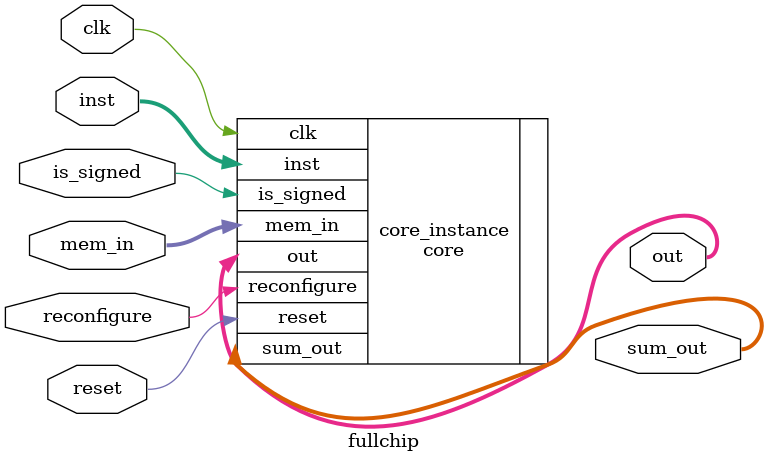
<source format=v>
module fullchip (clk, mem_in, inst, reset,out,sum_out,reconfigure,is_signed);

parameter col = 8;
parameter bw = 8;
parameter bw_psum = 2*bw+4;
parameter pr = 16;

input  clk; 
input  [pr*bw-1:0] mem_in; 
input  [16:0] inst; 
input  reset;
input  reconfigure,is_signed;
output [bw_psum*col-1:0] out;
output [bw_psum+3+4:0] sum_out;


core #(.bw(bw), .bw_psum(bw_psum), .col(col), .pr(pr)) core_instance (
      	.reset(reset), 
      	.clk(clk), 
      	.mem_in(mem_in), 
      	.inst(inst),
      	.out(out),
      	.sum_out(sum_out),
	.is_signed(is_signed),
      	.reconfigure(reconfigure)
);

endmodule

</source>
